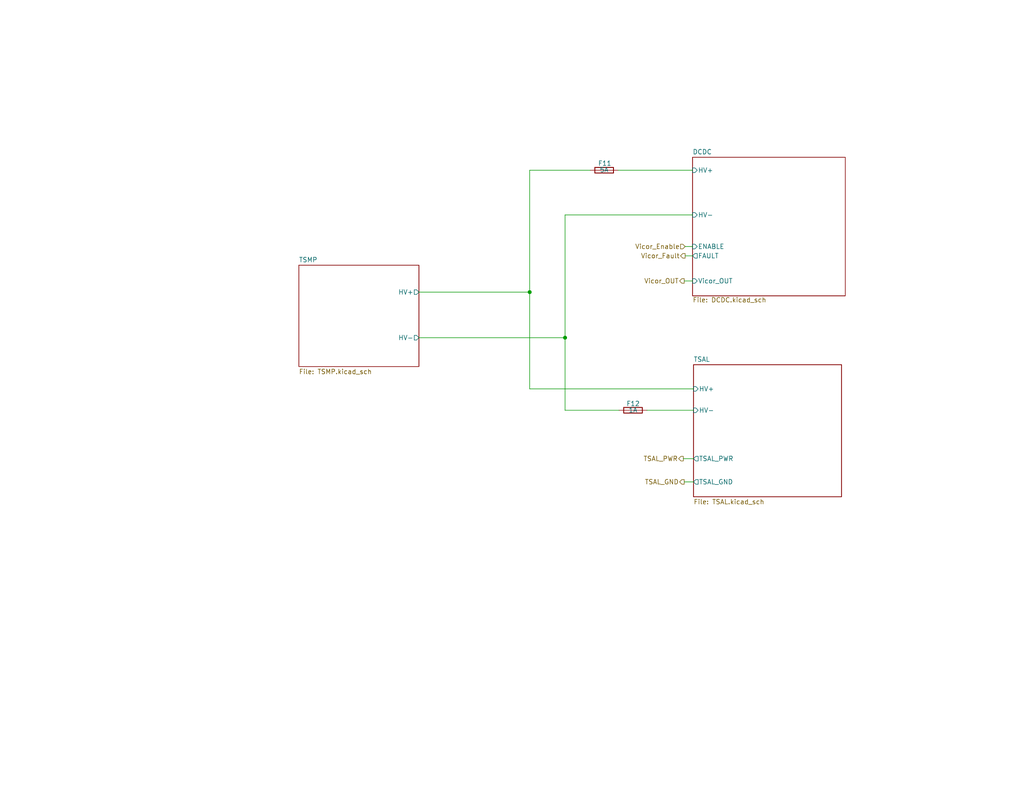
<source format=kicad_sch>
(kicad_sch (version 20230121) (generator eeschema)
  (paper "A")
  (title_block (date "2023-05-15") (rev "V 1.1") (company "AERO") (comment 1 "Colin Grund") (comment 2 "Main board that do it all."))
  (lib_symbols
    (symbol "Device:Fuse" (pin_numbers hide) (pin_names (offset 0))
      (property "Reference" "F" (at 2.032 0 90))
      (property "Value" "Fuse" (at -1.905 0 90))
      (symbol "Fuse_0_1"
        (rectangle (start -0.762 -2.54) (end 0.762 2.54) (stroke (width 0.254)))
        (polyline (pts (xy 0 2.54) (xy 0 -2.54)))
      )
      (symbol "Fuse_1_1"
        (pin passive line (at 0 3.81 270) (length 1.27) (name "~") (number "1"))
        (pin passive line (at 0 -3.81 90) (length 1.27) (name "~") (number "2"))
      )
    )
  )
  (junction (at 154.178 92.202))
  (junction (at 144.526 79.756))
  (wire (pts (xy 114.3 92.202) (xy 154.178 92.202)))
  (wire (pts (xy 186.69 131.572) (xy 189.23 131.572)))
  (wire (pts (xy 186.944 69.85) (xy 188.976 69.85)))
  (wire (pts (xy 168.91 112.014) (xy 154.178 112.014)))
  (wire (pts (xy 188.976 58.674) (xy 154.178 58.674)))
  (wire (pts (xy 186.944 67.31) (xy 188.976 67.31)))
  (wire (pts (xy 168.656 46.482) (xy 188.976 46.482)))
  (wire (pts (xy 186.436 125.222) (xy 189.23 125.222)))
  (wire (pts (xy 114.3 79.756) (xy 144.526 79.756)))
  (wire (pts (xy 154.178 58.674) (xy 154.178 92.202)))
  (wire (pts (xy 161.036 46.482) (xy 144.526 46.482)))
  (wire (pts (xy 144.526 46.482) (xy 144.526 79.756)))
  (wire (pts (xy 154.178 92.202) (xy 154.178 112.014)))
  (wire (pts (xy 186.69 76.708) (xy 188.976 76.708)))
  (wire (pts (xy 176.53 112.014) (xy 189.23 112.014)))
  (wire (pts (xy 144.526 106.172) (xy 189.23 106.172)))
  (wire (pts (xy 144.526 106.172) (xy 144.526 79.756)))
  (hierarchical_label "Vicor_Enable" (shape input) (at 186.944 67.31 180))
  (hierarchical_label "Vicor_OUT" (shape output) (at 186.69 76.708 180))
  (hierarchical_label "TSAL_GND" (shape output) (at 186.69 131.572 180))
  (hierarchical_label "Vicor_Fault" (shape output) (at 186.944 69.85 180))
  (hierarchical_label "TSAL_PWR" (shape output) (at 186.436 125.222 180))
  (symbol (lib_id "Device:Fuse") (at 164.846 46.482 90) (unit 1)
    (property "Reference" "F11" (at 165.0238 44.6024 90))
    (property "Value" "5A" (at 164.846 46.355 90))
    (property "Footprint" "AERO_Footprints:Fuseholder_Cylinder-5x20mm_Schurter_0031_8201_Horizontal_Open_3d" (effects hide))
  )
  (symbol (lib_id "Device:Fuse") (at 172.72 112.014 90) (unit 1)
    (property "Reference" "F12" (at 172.7454 110.2106 90))
    (property "Value" "1A" (at 172.72 111.9378 90))
    (property "Footprint" "AERO_Footprints:Fuseholder_Cylinder-5x20mm_Schurter_0031_8201_Horizontal_Open_3d" (effects hide))
  )
  (sheet (at 81.534 72.39) (size 32.766 27.686) (stroke (width 0.1524))
    (property "Sheetname" "TSMP" (at 81.534 71.6784 0) (effects (justify left bottom)))
    (property "Sheetfile" "TSMP.kicad_sch" (at 81.534 100.7368 0) (effects (justify left top)))
    (pin "HV+" output (at 114.3 79.756 0))
    (pin "HV-" output (at 114.3 92.202 0))
  )
  (sheet (at 189.23 99.568) (size 40.386 36.068) (stroke (width 0.1524))
    (property "Sheetname" "TSAL" (at 189.23 98.8564 0) (effects (justify left bottom)))
    (property "Sheetfile" "TSAL.kicad_sch" (at 189.23 136.2714 0) (effects (justify left top)))
    (pin "TSAL_GND" output (at 189.23 131.572 180))
    (pin "TSAL_PWR" output (at 189.23 125.222 180))
    (pin "HV-" input (at 189.23 112.014 180))
    (pin "HV+" input (at 189.23 106.172 180))
  )
  (sheet (at 188.976 42.926) (size 41.656 37.846) (stroke (width 0.1524))
    (property "Sheetname" "DCDC" (at 188.976 42.2144 0) (effects (justify left bottom)))
    (property "Sheetfile" "DCDC.kicad_sch" (at 188.976 81.1534 0) (effects (justify left top)))
    (pin "HV+" input (at 188.976 46.482 180))
    (pin "HV-" input (at 188.976 58.674 180))
    (pin "FAULT" output (at 188.976 69.85 180))
    (pin "ENABLE" input (at 188.976 67.31 180))
    (pin "Vicor_OUT" input (at 188.976 76.708 180))
  )
)
</source>
